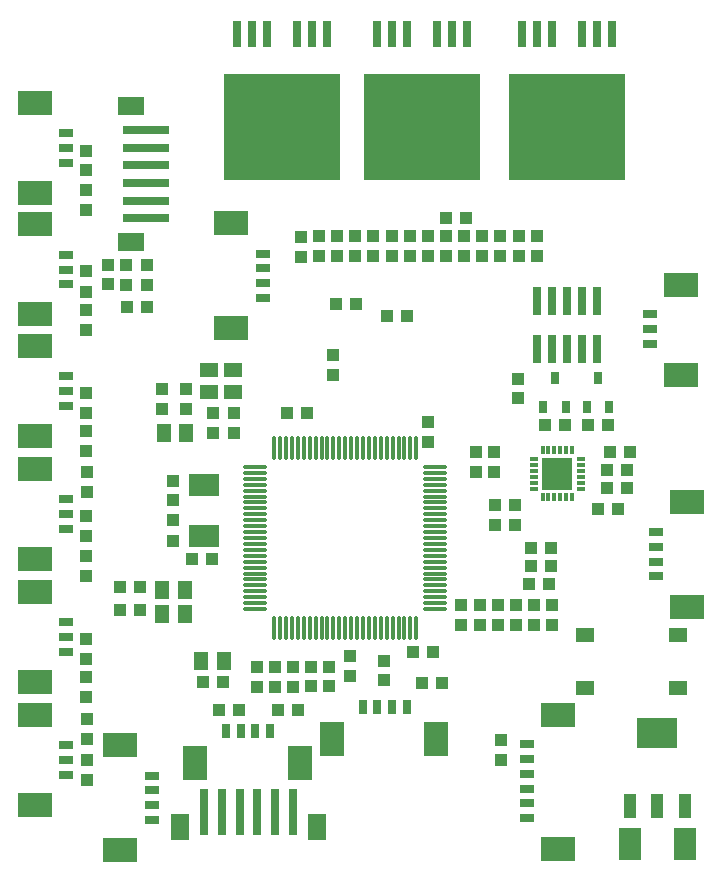
<source format=gtp>
%FSTAX23Y23*%
%MOIN*%
%SFA1B1*%

%IPPOS*%
%ADD10R,0.043310X0.039370*%
%ADD11R,0.051180X0.059060*%
%ADD12R,0.102360X0.074800*%
%ADD13R,0.102360X0.106300*%
%ADD14R,0.031500X0.013780*%
%ADD15R,0.013780X0.031500*%
%ADD16R,0.137800X0.098430*%
%ADD17R,0.039370X0.078740*%
%ADD18O,0.011810X0.082680*%
%ADD19O,0.082680X0.011810*%
%ADD20R,0.031500X0.039370*%
%ADD21R,0.061020X0.051180*%
%ADD22R,0.039370X0.043310*%
%ADD23R,0.059060X0.051180*%
%ADD24R,0.074800X0.106300*%
%ADD25R,0.031500X0.094490*%
%ADD26R,0.051180X0.031500*%
%ADD27R,0.031500X0.051180*%
%ADD28R,0.157480X0.031500*%
%ADD29R,0.031500X0.157480*%
%ADD30R,0.029530X0.089960*%
%ADD31R,0.391540X0.354920*%
%ADD41R,0.118110X0.082680*%
%ADD42R,0.082680X0.118110*%
%ADD43R,0.090550X0.059060*%
%ADD44R,0.059060X0.090550*%
%LNninja_3_2_pcb-1*%
%LPD*%
G54D10*
X01775Y01465D03*
X01841D03*
X0192D03*
X01986D03*
X0206Y01375D03*
X01993D03*
X0205Y01255D03*
X01983D03*
X01511Y02155D03*
X01445D03*
X0045Y0186D03*
X00383D03*
X01795Y00995D03*
X01728D03*
X01795Y01055D03*
X01728D03*
X00915Y01505D03*
X00981D03*
X00665Y0102D03*
X00598D03*
X00755Y00515D03*
X00688D03*
X00885D03*
X00951D03*
X0205Y01315D03*
X01983D03*
X01365Y00605D03*
X01431D03*
X01145Y0187D03*
X01078D03*
X0179Y00935D03*
X01723D03*
X0202Y01185D03*
X01953D03*
X0036Y0085D03*
X00426D03*
X0036Y00925D03*
X00426D03*
X01335Y0071D03*
X01401D03*
X00635Y0061D03*
X00701D03*
X0125Y0183D03*
X01316D03*
G54D11*
X00505Y0144D03*
X00579D03*
X00705Y0068D03*
X0063D03*
X00575Y00835D03*
X005D03*
X00575Y00915D03*
X005D03*
G54D12*
X0064Y01266D03*
Y01096D03*
G54D13*
X01816Y01303D03*
G54D14*
X01895Y01352D03*
Y01333D03*
Y01313D03*
Y01293D03*
Y01274D03*
Y01254D03*
X01737D03*
Y01274D03*
Y01293D03*
Y01313D03*
Y01333D03*
Y01352D03*
G54D15*
X01767Y01382D03*
X01786D03*
X01806D03*
X01826D03*
X01845D03*
X01865D03*
Y01225D03*
X01845D03*
X01826D03*
X01806D03*
X01786D03*
X01767D03*
G54D16*
X0215Y00439D03*
G54D17*
X02241Y00195D03*
X0206D03*
X0215D03*
G54D18*
X00873Y01389D03*
X00893D03*
X00913D03*
X00932D03*
X00952D03*
X00972D03*
X00991D03*
X01011D03*
X01031D03*
X0105D03*
X0107D03*
X0109D03*
X0111D03*
X01129D03*
X01149D03*
X01169D03*
X01188D03*
X01208D03*
X01228D03*
X01247D03*
X01267D03*
X01287D03*
X01306D03*
X01326D03*
X01346D03*
Y0079D03*
X01326D03*
X01306D03*
X01287D03*
X01267D03*
X01247D03*
X01228D03*
X01208D03*
X01188D03*
X01169D03*
X01149D03*
X01129D03*
X0111D03*
X0109D03*
X0107D03*
X0105D03*
X01031D03*
X01011D03*
X00991D03*
X00972D03*
X00952D03*
X00932D03*
X00913D03*
X00893D03*
X00873D03*
G54D19*
X01409Y01326D03*
Y01306D03*
Y01286D03*
Y01267D03*
Y01247D03*
Y01227D03*
Y01208D03*
Y01188D03*
Y01168D03*
Y01149D03*
Y01129D03*
Y01109D03*
Y0109D03*
Y0107D03*
Y0105D03*
Y0103D03*
Y01011D03*
Y00991D03*
Y00971D03*
Y00952D03*
Y00932D03*
Y00912D03*
Y00893D03*
Y00873D03*
Y00853D03*
X0081D03*
Y00873D03*
Y00893D03*
Y00912D03*
Y00932D03*
Y00952D03*
Y00971D03*
Y00991D03*
Y01011D03*
Y0103D03*
Y0105D03*
Y0107D03*
Y0109D03*
Y01109D03*
Y01129D03*
Y01149D03*
Y01168D03*
Y01188D03*
Y01208D03*
Y01227D03*
Y01247D03*
Y01267D03*
Y01286D03*
Y01306D03*
Y01326D03*
G54D20*
X0177Y01525D03*
X01844D03*
X01807Y01623D03*
X01915Y01525D03*
X01989D03*
X01952Y01623D03*
G54D21*
X01907Y0059D03*
Y00767D03*
X0222D03*
Y0059D03*
G54D22*
X01264Y02028D03*
Y02095D03*
X01385Y02028D03*
Y02095D03*
X01082Y02028D03*
Y02095D03*
X01143Y02028D03*
Y02095D03*
X01445Y02028D03*
Y02095D03*
X0163Y0035D03*
Y00416D03*
X01022Y02095D03*
Y02028D03*
X01566Y02095D03*
Y02028D03*
X01687Y02095D03*
Y02028D03*
X01495Y008D03*
Y00866D03*
X0161Y012D03*
Y01133D03*
X018Y008D03*
Y00866D03*
X01675Y012D03*
Y01133D03*
X0038Y02D03*
Y01933D03*
X0025Y0042D03*
Y00486D03*
Y0035D03*
Y00283D03*
X0067Y01505D03*
Y01438D03*
X0074Y01505D03*
Y01438D03*
X0032Y01935D03*
Y02001D03*
X0174Y00866D03*
Y008D03*
X0156Y00866D03*
Y008D03*
X00245Y00625D03*
Y00558D03*
Y00686D03*
Y00753D03*
Y01445D03*
Y01378D03*
Y0185D03*
Y01783D03*
Y01911D03*
Y01978D03*
Y0225D03*
Y02183D03*
Y02315D03*
Y02381D03*
X01055Y00595D03*
Y00661D03*
X00995Y00595D03*
Y00661D03*
X00875Y0066D03*
Y00593D03*
X0107Y017D03*
Y01633D03*
X01605Y01375D03*
Y01308D03*
X01385Y01475D03*
Y01408D03*
X00961Y02026D03*
Y02093D03*
X01203Y02028D03*
Y02095D03*
X01324Y02028D03*
Y02095D03*
X01505D03*
Y02028D03*
X01626Y02095D03*
Y02028D03*
X01747D03*
Y02095D03*
X0045Y02D03*
Y01933D03*
X0162Y008D03*
Y00866D03*
X0168Y008D03*
Y00866D03*
X005Y0152D03*
Y01586D03*
X0058Y0152D03*
Y01586D03*
X01125Y0063D03*
Y00696D03*
X0124Y00615D03*
Y00681D03*
X00935Y0066D03*
Y00593D03*
X01685Y01555D03*
Y01621D03*
X01545Y01308D03*
Y01375D03*
X00535Y01215D03*
Y01281D03*
X00245Y01506D03*
Y01573D03*
X0025Y0131D03*
Y01243D03*
X00815Y0066D03*
Y00593D03*
X00245Y01096D03*
Y01163D03*
X00535Y01148D03*
Y01081D03*
X00245Y0103D03*
Y00963D03*
G54D23*
X00655Y01575D03*
Y01649D03*
X00735Y01575D03*
Y01649D03*
G54D24*
X02241Y0007D03*
X0206D03*
G54D25*
X01749Y01718D03*
Y01878D03*
X01799Y01718D03*
Y01878D03*
X01849Y01718D03*
Y01878D03*
X01899Y01718D03*
Y0188D03*
X01949Y01718D03*
Y01878D03*
G54D26*
X0018Y02438D03*
Y02389D03*
Y0234D03*
Y02033D03*
Y01984D03*
Y01935D03*
Y01628D03*
Y01579D03*
Y0153D03*
Y01218D03*
Y01169D03*
Y0112D03*
Y00808D03*
Y00759D03*
Y0071D03*
Y00398D03*
Y00349D03*
Y003D03*
X02125Y01736D03*
Y01785D03*
Y01835D03*
X00835Y01939D03*
Y0189D03*
Y01988D03*
Y02037D03*
X02145Y0106D03*
Y0111D03*
Y01011D03*
Y00962D03*
X00465Y00199D03*
Y0015D03*
Y00248D03*
Y00297D03*
X01714Y00303D03*
Y00254D03*
Y00156D03*
Y00205D03*
Y00402D03*
Y00352D03*
G54D27*
X0081Y00445D03*
X0086D03*
X00761D03*
X00712D03*
X01265Y00525D03*
X01315D03*
X01216D03*
X01167D03*
G54D28*
X00445Y02155D03*
Y02214D03*
Y02273D03*
Y02332D03*
Y02391D03*
Y0245D03*
G54D29*
X00935Y00176D03*
X00875D03*
X00816D03*
X00757D03*
X00698D03*
X00639D03*
G54D30*
X0105Y0277D03*
X01D03*
X0095D03*
X0085D03*
X008D03*
X0075D03*
X01515D03*
X01465D03*
X01415D03*
X01315D03*
X01265D03*
X01215D03*
X02D03*
X0195D03*
X019D03*
X018D03*
X0175D03*
X017D03*
G54D31*
X009Y02458D03*
X01365D03*
X0185D03*
G54D41*
X00075Y0224D03*
Y0254D03*
Y01835D03*
Y02135D03*
Y0143D03*
Y0173D03*
Y0102D03*
Y0132D03*
Y0061D03*
Y0091D03*
Y002D03*
Y005D03*
X02229Y01934D03*
Y01634D03*
X0073Y02139D03*
Y01791D03*
X02249Y0086D03*
Y01208D03*
X0036Y00399D03*
Y00051D03*
X01818Y00054D03*
Y00501D03*
G54D42*
X0061Y0034D03*
X00958D03*
X01065Y0042D03*
X01413D03*
G54D43*
X00394Y02075D03*
Y02529D03*
G54D44*
X01014Y00126D03*
X0056D03*
M02*
</source>
